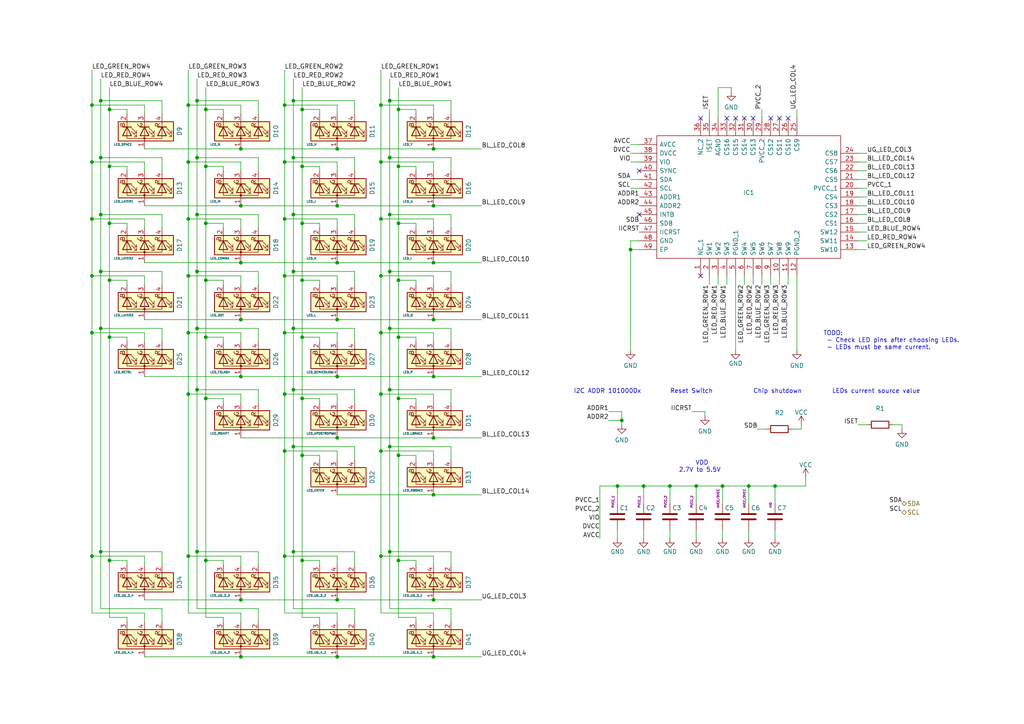
<source format=kicad_sch>
(kicad_sch (version 20211123) (generator eeschema)
  (paper "A4")
  (lib_symbols
    (symbol "Device:C" (pin_numbers hide) (pin_names (offset 0.254))
      (property "Reference" "C" (at 0.635 2.54 0))
      (property "Value" "C" (at 0.635 -2.54 0))
      (symbol "C_0_1"
        (polyline (pts (xy -2.032 -0.762) (xy 2.032 -0.762)) (stroke (width 0.508)))
        (polyline (pts (xy -2.032 0.762) (xy 2.032 0.762)) (stroke (width 0.508)))
      )
      (symbol "C_1_1"
        (pin passive line (at 0 3.81 270) (length 2.794) (name "~") (number "1"))
        (pin passive line (at 0 -3.81 90) (length 2.794) (name "~") (number "2"))
      )
    )
    (symbol "Device:LED_ABGR" (pin_names (offset 0) hide)
      (property "Reference" "D" (at 0 9.398 0))
      (property "Value" "LED_ABGR" (at 0 -8.89 0))
      (symbol "LED_ABGR_0_0"
        (text "B" (at -1.905 -6.35 0) (effects (font (size 1.27 1.27))))
        (text "G" (at -1.905 -1.27 0) (effects (font (size 1.27 1.27))))
        (text "R" (at -1.905 3.81 0) (effects (font (size 1.27 1.27))))
      )
      (symbol "LED_ABGR_0_1"
        (polyline (pts (xy -1.27 -5.08) (xy -2.54 -5.08)))
        (polyline (pts (xy -1.27 -5.08) (xy 1.27 -5.08)))
        (polyline (pts (xy -1.27 -3.81) (xy -1.27 -6.35)) (stroke (width 0.254)))
        (polyline (pts (xy -1.27 0) (xy -2.54 0)))
        (polyline (pts (xy -1.27 1.27) (xy -1.27 -1.27)) (stroke (width 0.254)))
        (polyline (pts (xy -1.27 5.08) (xy -2.54 5.08)))
        (polyline (pts (xy -1.27 5.08) (xy 1.27 5.08)))
        (polyline (pts (xy -1.27 6.35) (xy -1.27 3.81)) (stroke (width 0.254)))
        (polyline (pts (xy 1.27 0) (xy -1.27 0)))
        (polyline (pts (xy 1.27 0) (xy 2.54 0)))
        (polyline (pts (xy -1.27 1.27) (xy -1.27 -1.27) (xy -1.27 -1.27)))
        (polyline (pts (xy -1.27 6.35) (xy -1.27 3.81) (xy -1.27 3.81)))
        (polyline (pts (xy 1.27 -5.08) (xy 2.032 -5.08) (xy 2.032 5.08) (xy 1.27 5.08)))
        (polyline (pts (xy 1.27 -3.81) (xy 1.27 -6.35) (xy -1.27 -5.08) (xy 1.27 -3.81)) (stroke (width 0.254)))
        (polyline (pts (xy 1.27 1.27) (xy 1.27 -1.27) (xy -1.27 0) (xy 1.27 1.27)) (stroke (width 0.254)))
        (polyline (pts (xy 1.27 6.35) (xy 1.27 3.81) (xy -1.27 5.08) (xy 1.27 6.35)) (stroke (width 0.254)))
        (polyline (pts (xy -1.016 -3.81) (xy 0.508 -2.286) (xy -0.254 -2.286) (xy 0.508 -2.286) (xy 0.508 -3.048)))
        (polyline (pts (xy -1.016 1.27) (xy 0.508 2.794) (xy -0.254 2.794) (xy 0.508 2.794) (xy 0.508 2.032)))
        (polyline (pts (xy -1.016 6.35) (xy 0.508 7.874) (xy -0.254 7.874) (xy 0.508 7.874) (xy 0.508 7.112)))
        (polyline (pts (xy 0 -3.81) (xy 1.524 -2.286) (xy 0.762 -2.286) (xy 1.524 -2.286) (xy 1.524 -3.048)))
        (polyline (pts (xy 0 1.27) (xy 1.524 2.794) (xy 0.762 2.794) (xy 1.524 2.794) (xy 1.524 2.032)))
        (polyline (pts (xy 0 6.35) (xy 1.524 7.874) (xy 0.762 7.874) (xy 1.524 7.874) (xy 1.524 7.112)))
        (rectangle (start 1.27 -1.27) (end 1.27 1.27))
        (rectangle (start 1.27 1.27) (end 1.27 1.27))
        (rectangle (start 1.27 3.81) (end 1.27 6.35))
        (rectangle (start 1.27 6.35) (end 1.27 6.35))
        (circle (center 2.032 0) (radius 0.254) (fill (type outline)))
        (rectangle (start 2.794 8.382) (end -2.794 -7.62) (stroke (width 0.254)) (fill (type background)))
      )
      (symbol "LED_ABGR_1_1"
        (pin passive line (at 5.08 0 180) (length 2.54) (name "A") (number "1"))
        (pin passive line (at -5.08 -5.08 0) (length 2.54) (name "BK") (number "2"))
        (pin passive line (at -5.08 0 0) (length 2.54) (name "GK") (number "3"))
        (pin passive line (at -5.08 5.08 0) (length 2.54) (name "RK") (number "4"))
      )
    )
    (symbol "Device:LED_ARBG" (pin_names (offset 0) hide)
      (property "Reference" "D" (at 0 9.398 0))
      (property "Value" "LED_ARBG" (at 0 -8.89 0))
      (symbol "LED_ARBG_0_0"
        (text "B" (at -1.905 -6.35 0) (effects (font (size 1.27 1.27))))
        (text "G" (at -1.905 -1.27 0) (effects (font (size 1.27 1.27))))
        (text "R" (at -1.905 3.81 0) (effects (font (size 1.27 1.27))))
      )
      (symbol "LED_ARBG_0_1"
        (polyline (pts (xy -1.27 -5.08) (xy -2.54 -5.08)))
        (polyline (pts (xy -1.27 -5.08) (xy 1.27 -5.08)))
        (polyline (pts (xy -1.27 -3.81) (xy -1.27 -6.35)) (stroke (width 0.254)))
        (polyline (pts (xy -1.27 0) (xy -2.54 0)))
        (polyline (pts (xy -1.27 1.27) (xy -1.27 -1.27)) (stroke (width 0.254)))
        (polyline (pts (xy -1.27 5.08) (xy -2.54 5.08)))
        (polyline (pts (xy -1.27 5.08) (xy 1.27 5.08)))
        (polyline (pts (xy -1.27 6.35) (xy -1.27 3.81)) (stroke (width 0.254)))
        (polyline (pts (xy 1.27 0) (xy -1.27 0)))
        (polyline (pts (xy 1.27 0) (xy 2.54 0)))
        (polyline (pts (xy -1.27 1.27) (xy -1.27 -1.27) (xy -1.27 -1.27)))
        (polyline (pts (xy -1.27 6.35) (xy -1.27 3.81) (xy -1.27 3.81)))
        (polyline (pts (xy 1.27 -5.08) (xy 2.032 -5.08) (xy 2.032 5.08) (xy 1.27 5.08)))
        (polyline (pts (xy 1.27 -3.81) (xy 1.27 -6.35) (xy -1.27 -5.08) (xy 1.27 -3.81)) (stroke (width 0.254)))
        (polyline (pts (xy 1.27 1.27) (xy 1.27 -1.27) (xy -1.27 0) (xy 1.27 1.27)) (stroke (width 0.254)))
        (polyline (pts (xy 1.27 6.35) (xy 1.27 3.81) (xy -1.27 5.08) (xy 1.27 6.35)) (stroke (width 0.254)))
        (polyline (pts (xy -1.016 -3.81) (xy 0.508 -2.286) (xy -0.254 -2.286) (xy 0.508 -2.286) (xy 0.508 -3.048)))
        (polyline (pts (xy -1.016 1.27) (xy 0.508 2.794) (xy -0.254 2.794) (xy 0.508 2.794) (xy 0.508 2.032)))
        (polyline (pts (xy -1.016 6.35) (xy 0.508 7.874) (xy -0.254 7.874) (xy 0.508 7.874) (xy 0.508 7.112)))
        (polyline (pts (xy 0 -3.81) (xy 1.524 -2.286) (xy 0.762 -2.286) (xy 1.524 -2.286) (xy 1.524 -3.048)))
        (polyline (pts (xy 0 1.27) (xy 1.524 2.794) (xy 0.762 2.794) (xy 1.524 2.794) (xy 1.524 2.032)))
        (polyline (pts (xy 0 6.35) (xy 1.524 7.874) (xy 0.762 7.874) (xy 1.524 7.874) (xy 1.524 7.112)))
        (rectangle (start 1.27 -1.27) (end 1.27 1.27))
        (rectangle (start 1.27 1.27) (end 1.27 1.27))
        (rectangle (start 1.27 3.81) (end 1.27 6.35))
        (rectangle (start 1.27 6.35) (end 1.27 6.35))
        (circle (center 2.032 0) (radius 0.254) (fill (type outline)))
        (rectangle (start 2.794 8.382) (end -2.794 -7.62) (stroke (width 0.254)) (fill (type background)))
      )
      (symbol "LED_ARBG_1_1"
        (pin passive line (at 5.08 0 180) (length 2.54) (name "A") (number "1"))
        (pin passive line (at -5.08 5.08 0) (length 2.54) (name "RK") (number "2"))
        (pin passive line (at -5.08 -5.08 0) (length 2.54) (name "BK") (number "3"))
        (pin passive line (at -5.08 0 0) (length 2.54) (name "GK") (number "4"))
      )
    )
    (symbol "Device:R" (pin_numbers hide) (pin_names (offset 0))
      (property "Reference" "R" (at 2.032 0 90))
      (property "Value" "R" (at 0 0 90))
      (symbol "R_0_1"
        (rectangle (start -1.016 -2.54) (end 1.016 2.54) (stroke (width 0.254)))
      )
      (symbol "R_1_1"
        (pin passive line (at 0 3.81 270) (length 1.27) (name "~") (number "1"))
        (pin passive line (at 0 -3.81 90) (length 1.27) (name "~") (number "2"))
      )
    )
    (symbol "Nour_KB:IS31FL3733B-QFLS4-TR" (pin_names (offset 0.762))
      (property "Reference" "IC" (at 41.91 17.78 0))
      (property "Value" "IS31FL3733B-QFLS4-TR" (at 41.91 15.24 0))
      (symbol "IS31FL3733B-QFLS4-TR_0_0"
        (pin passive line (at 0 0 0) (length 5.08) (name "NC_1") (number "1"))
        (pin passive line (at 0 -22.86 0) (length 5.08) (name "SW8") (number "10"))
        (pin passive line (at 0 -25.4 0) (length 5.08) (name "SW9") (number "11"))
        (pin passive line (at 0 -27.94 0) (length 5.08) (name "PGND_2") (number "12"))
        (pin passive line (at 7.62 -45.72 90) (length 5.08) (name "SW10") (number "13"))
        (pin passive line (at 10.16 -45.72 90) (length 5.08) (name "SW11") (number "14"))
        (pin passive line (at 12.7 -45.72 90) (length 5.08) (name "SW12") (number "15"))
        (pin passive line (at 15.24 -45.72 90) (length 5.08) (name "CS1") (number "16"))
        (pin passive line (at 17.78 -45.72 90) (length 5.08) (name "CS2") (number "17"))
        (pin passive line (at 20.32 -45.72 90) (length 5.08) (name "CS3") (number "18"))
        (pin passive line (at 22.86 -45.72 90) (length 5.08) (name "CS4") (number "19"))
        (pin passive line (at 0 -2.54 0) (length 5.08) (name "SW1") (number "2"))
        (pin passive line (at 25.4 -45.72 90) (length 5.08) (name "PVCC_1") (number "20"))
        (pin passive line (at 27.94 -45.72 90) (length 5.08) (name "CS5") (number "21"))
        (pin passive line (at 30.48 -45.72 90) (length 5.08) (name "CS6") (number "22"))
        (pin passive line (at 33.02 -45.72 90) (length 5.08) (name "CS7") (number "23"))
        (pin passive line (at 35.56 -45.72 90) (length 5.08) (name "CS8") (number "24"))
        (pin passive line (at 45.72 -27.94 180) (length 5.08) (name "CS9") (number "25"))
        (pin passive line (at 45.72 -25.4 180) (length 5.08) (name "CS10") (number "26"))
        (pin passive line (at 45.72 -22.86 180) (length 5.08) (name "CS11") (number "27"))
        (pin passive line (at 45.72 -20.32 180) (length 5.08) (name "CS12") (number "28"))
        (pin passive line (at 45.72 -17.78 180) (length 5.08) (name "PVCC_2") (number "29"))
        (pin passive line (at 0 -5.08 0) (length 5.08) (name "SW2") (number "3"))
        (pin passive line (at 45.72 -15.24 180) (length 5.08) (name "CS13") (number "30"))
        (pin passive line (at 45.72 -12.7 180) (length 5.08) (name "CS14") (number "31"))
        (pin passive line (at 45.72 -10.16 180) (length 5.08) (name "CS15") (number "32"))
        (pin passive line (at 45.72 -7.62 180) (length 5.08) (name "CS16") (number "33"))
        (pin passive line (at 45.72 -5.08 180) (length 5.08) (name "AGND") (number "34"))
        (pin passive line (at 45.72 -2.54 180) (length 5.08) (name "ISET") (number "35"))
        (pin passive line (at 45.72 0 180) (length 5.08) (name "NC_2") (number "36"))
        (pin passive line (at 38.1 17.78 270) (length 5.08) (name "AVCC") (number "37"))
        (pin passive line (at 35.56 17.78 270) (length 5.08) (name "DVCC") (number "38"))
        (pin passive line (at 33.02 17.78 270) (length 5.08) (name "VIO") (number "39"))
        (pin passive line (at 0 -7.62 0) (length 5.08) (name "SW3") (number "4"))
        (pin passive line (at 30.48 17.78 270) (length 5.08) (name "SYNC") (number "40"))
        (pin passive line (at 27.94 17.78 270) (length 5.08) (name "SDA") (number "41"))
        (pin passive line (at 25.4 17.78 270) (length 5.08) (name "SCL") (number "42"))
        (pin passive line (at 22.86 17.78 270) (length 5.08) (name "ADDR1") (number "43"))
        (pin passive line (at 20.32 17.78 270) (length 5.08) (name "ADDR2") (number "44"))
        (pin passive line (at 17.78 17.78 270) (length 5.08) (name "INTB") (number "45"))
        (pin passive line (at 15.24 17.78 270) (length 5.08) (name "SDB") (number "46"))
        (pin passive line (at 12.7 17.78 270) (length 5.08) (name "IICRST") (number "47"))
        (pin passive line (at 10.16 17.78 270) (length 5.08) (name "GND") (number "48"))
        (pin passive line (at 7.62 17.78 270) (length 5.08) (name "EP") (number "49"))
        (pin passive line (at 0 -10.16 0) (length 5.08) (name "PGND_1") (number "5"))
        (pin passive line (at 0 -12.7 0) (length 5.08) (name "SW4") (number "6"))
        (pin passive line (at 0 -15.24 0) (length 5.08) (name "SW5") (number "7"))
        (pin passive line (at 0 -17.78 0) (length 5.08) (name "SW6") (number "8"))
        (pin passive line (at 0 -20.32 0) (length 5.08) (name "SW7") (number "9"))
      )
      (symbol "IS31FL3733B-QFLS4-TR_0_1"
        (polyline (pts (xy 5.08 12.7) (xy 40.64 12.7) (xy 40.64 -40.64) (xy 5.08 -40.64) (xy 5.08 12.7)) (stroke (width 0.1524)))
      )
    )
    (symbol "power:GND" (power) (pin_names (offset 0))
      (property "Value" "GND" (at 0 -3.81 0))
      (symbol "GND_0_1"
        (polyline (pts (xy 0 0) (xy 0 -1.27) (xy 1.27 -1.27) (xy 0 -2.54) (xy -1.27 -1.27) (xy 0 -1.27)))
      )
      (symbol "GND_1_1"
        (pin power_in line (at 0 0 270) (length 0) hide (name "GND") (number "1"))
      )
    )
    (symbol "power:VCC" (power) (pin_names (offset 0))
      (property "Value" "VCC" (at 0 3.81 0))
      (symbol "VCC_0_1"
        (polyline (pts (xy -0.762 1.27) (xy 0 2.54)))
        (polyline (pts (xy 0 0) (xy 0 2.54)))
        (polyline (pts (xy 0 2.54) (xy 0.762 1.27)))
      )
      (symbol "VCC_1_1"
        (pin power_in line (at 0 0 90) (length 0) hide (name "VCC") (number "1"))
      )
    )
  )
  (junction (at 115.57 31.75))
  (junction (at 29.21 78.74))
  (junction (at 125.73 173.99))
  (junction (at 110.49 63.5))
  (junction (at 113.03 78.74))
  (junction (at 54.61 80.01))
  (junction (at 31.75 64.77))
  (junction (at 54.61 30.48))
  (junction (at 194.31 140.97))
  (junction (at 125.73 143.51))
  (junction (at 115.57 64.77))
  (junction (at 209.55 140.97))
  (junction (at 59.69 162.56))
  (junction (at 87.63 115.57))
  (junction (at 69.85 76.2))
  (junction (at 31.75 48.26))
  (junction (at 26.67 96.52))
  (junction (at 82.55 114.3))
  (junction (at 26.67 46.99))
  (junction (at 59.69 31.75))
  (junction (at 31.75 81.28))
  (junction (at 125.73 59.69))
  (junction (at 115.57 132.08))
  (junction (at 97.79 190.5))
  (junction (at 87.63 31.75))
  (junction (at 82.55 46.99))
  (junction (at 26.67 80.01))
  (junction (at 57.15 113.03))
  (junction (at 59.69 64.77))
  (junction (at 57.15 62.23))
  (junction (at 69.85 43.18))
  (junction (at 125.73 43.18))
  (junction (at 110.49 30.48))
  (junction (at 125.73 127))
  (junction (at 97.79 43.18))
  (junction (at 57.15 78.74))
  (junction (at 31.75 97.79))
  (junction (at 69.85 109.22))
  (junction (at 54.61 96.52))
  (junction (at 57.15 29.21))
  (junction (at 54.61 63.5))
  (junction (at 85.09 113.03))
  (junction (at 87.63 132.08))
  (junction (at 125.73 190.5))
  (junction (at 97.79 92.71))
  (junction (at 97.79 127))
  (junction (at 85.09 78.74))
  (junction (at 59.69 97.79))
  (junction (at 26.67 30.48))
  (junction (at 115.57 97.79))
  (junction (at 82.55 30.48))
  (junction (at 31.75 31.75))
  (junction (at 82.55 63.5))
  (junction (at 115.57 48.26))
  (junction (at 180.34 121.92))
  (junction (at 54.61 161.29))
  (junction (at 82.55 96.52))
  (junction (at 182.88 72.39))
  (junction (at 217.17 140.97))
  (junction (at 29.21 160.02))
  (junction (at 113.03 95.25))
  (junction (at 26.67 161.29))
  (junction (at 29.21 95.25))
  (junction (at 29.21 62.23))
  (junction (at 82.55 161.29))
  (junction (at 87.63 162.56))
  (junction (at 69.85 190.5))
  (junction (at 82.55 80.01))
  (junction (at 85.09 62.23))
  (junction (at 110.49 161.29))
  (junction (at 115.57 162.56))
  (junction (at 97.79 173.99))
  (junction (at 125.73 92.71))
  (junction (at 113.03 113.03))
  (junction (at 85.09 160.02))
  (junction (at 31.75 162.56))
  (junction (at 115.57 115.57))
  (junction (at 97.79 109.22))
  (junction (at 113.03 62.23))
  (junction (at 224.79 140.97))
  (junction (at 82.55 130.81))
  (junction (at 125.73 109.22))
  (junction (at 85.09 45.72))
  (junction (at 59.69 48.26))
  (junction (at 87.63 97.79))
  (junction (at 110.49 46.99))
  (junction (at 57.15 45.72))
  (junction (at 29.21 29.21))
  (junction (at 57.15 95.25))
  (junction (at 113.03 45.72))
  (junction (at 85.09 29.21))
  (junction (at 110.49 96.52))
  (junction (at 69.85 59.69))
  (junction (at 69.85 173.99))
  (junction (at 85.09 129.54))
  (junction (at 97.79 76.2))
  (junction (at 115.57 81.28))
  (junction (at 113.03 29.21))
  (junction (at 69.85 92.71))
  (junction (at 110.49 114.3))
  (junction (at 59.69 81.28))
  (junction (at 87.63 81.28))
  (junction (at 54.61 114.3))
  (junction (at 186.69 140.97))
  (junction (at 113.03 129.54))
  (junction (at 87.63 48.26))
  (junction (at 57.15 160.02))
  (junction (at 201.93 140.97))
  (junction (at 110.49 130.81))
  (junction (at 110.49 80.01))
  (junction (at 97.79 59.69))
  (junction (at 179.07 140.97))
  (junction (at 85.09 95.25))
  (junction (at 54.61 46.99))
  (junction (at 87.63 64.77))
  (junction (at 29.21 45.72))
  (junction (at 59.69 115.57))
  (junction (at 125.73 76.2))
  (junction (at 113.03 160.02))
  (junction (at 26.67 63.5))
  (no_connect (at 213.36 34.29))
  (no_connect (at 215.9 34.29))
  (no_connect (at 210.82 34.29))
  (no_connect (at 218.44 34.29))
  (no_connect (at 223.52 34.29))
  (no_connect (at 226.06 34.29))
  (no_connect (at 228.6 34.29))
  (no_connect (at 185.42 62.23))
  (no_connect (at 203.2 80.01))
  (no_connect (at 203.2 34.29))
  (no_connect (at 185.42 49.53))
  (wire (pts (xy 113.03 78.74) (xy 113.03 95.25)))
  (wire (pts (xy 29.21 22.86) (xy 29.21 29.21)))
  (wire (pts (xy 115.57 115.57) (xy 115.57 132.08)))
  (wire (pts (xy 179.07 140.97) (xy 179.07 146.05)))
  (wire (pts (xy 248.92 57.15) (xy 251.46 57.15)))
  (wire (pts (xy 219.71 124.46) (xy 222.25 124.46)))
  (wire (pts (xy 215.9 82.55) (xy 215.9 80.01)))
  (wire (pts (xy 120.65 162.56) (xy 115.57 162.56)))
  (wire (pts (xy 110.49 20.32) (xy 110.49 30.48)))
  (wire (pts (xy 85.09 62.23) (xy 85.09 78.74)))
  (wire (pts (xy 217.17 140.97) (xy 217.17 146.05)))
  (wire (pts (xy 200.66 119.38) (xy 204.47 119.38)))
  (wire (pts (xy 41.91 30.48) (xy 26.67 30.48)))
  (wire (pts (xy 54.61 20.32) (xy 54.61 30.48)))
  (wire (pts (xy 97.79 116.84) (xy 97.79 114.3)))
  (wire (pts (xy 87.63 48.26) (xy 87.63 64.77)))
  (wire (pts (xy 113.03 62.23) (xy 113.03 78.74)))
  (wire (pts (xy 46.99 78.74) (xy 29.21 78.74)))
  (wire (pts (xy 130.81 62.23) (xy 113.03 62.23)))
  (wire (pts (xy 85.09 22.86) (xy 85.09 29.21)))
  (wire (pts (xy 125.73 33.02) (xy 125.73 30.48)))
  (wire (pts (xy 97.79 49.53) (xy 97.79 46.99)))
  (wire (pts (xy 182.88 72.39) (xy 185.42 72.39)))
  (wire (pts (xy 130.81 160.02) (xy 113.03 160.02)))
  (wire (pts (xy 46.99 160.02) (xy 29.21 160.02)))
  (wire (pts (xy 186.69 153.67) (xy 186.69 156.21)))
  (wire (pts (xy 180.34 119.38) (xy 180.34 121.92)))
  (wire (pts (xy 97.79 133.35) (xy 97.79 130.81)))
  (wire (pts (xy 248.92 52.07) (xy 251.46 52.07)))
  (wire (pts (xy 69.85 66.04) (xy 69.85 63.5)))
  (wire (pts (xy 41.91 49.53) (xy 41.91 46.99)))
  (wire (pts (xy 110.49 161.29) (xy 110.49 177.8)))
  (wire (pts (xy 120.65 97.79) (xy 115.57 97.79)))
  (wire (pts (xy 82.55 46.99) (xy 82.55 63.5)))
  (wire (pts (xy 248.92 49.53) (xy 251.46 49.53)))
  (wire (pts (xy 46.99 82.55) (xy 46.99 78.74)))
  (wire (pts (xy 46.99 62.23) (xy 29.21 62.23)))
  (wire (pts (xy 120.65 132.08) (xy 115.57 132.08)))
  (wire (pts (xy 57.15 160.02) (xy 57.15 176.53)))
  (wire (pts (xy 92.71 66.04) (xy 92.71 64.77)))
  (wire (pts (xy 92.71 33.02) (xy 92.71 31.75)))
  (wire (pts (xy 74.93 29.21) (xy 57.15 29.21)))
  (wire (pts (xy 41.91 161.29) (xy 26.67 161.29)))
  (wire (pts (xy 74.93 62.23) (xy 57.15 62.23)))
  (wire (pts (xy 201.93 153.67) (xy 201.93 156.21)))
  (wire (pts (xy 97.79 76.2) (xy 69.85 76.2)))
  (wire (pts (xy 139.7 173.99) (xy 125.73 173.99)))
  (wire (pts (xy 69.85 92.71) (xy 41.91 92.71)))
  (wire (pts (xy 92.71 162.56) (xy 87.63 162.56)))
  (wire (pts (xy 218.44 82.55) (xy 218.44 80.01)))
  (wire (pts (xy 120.65 116.84) (xy 120.65 115.57)))
  (wire (pts (xy 125.73 161.29) (xy 110.49 161.29)))
  (wire (pts (xy 224.79 140.97) (xy 233.68 140.97)))
  (wire (pts (xy 41.91 46.99) (xy 26.67 46.99)))
  (wire (pts (xy 41.91 33.02) (xy 41.91 30.48)))
  (wire (pts (xy 212.09 25.4) (xy 212.09 26.67)))
  (wire (pts (xy 248.92 69.85) (xy 251.46 69.85)))
  (wire (pts (xy 97.79 114.3) (xy 82.55 114.3)))
  (wire (pts (xy 59.69 115.57) (xy 59.69 162.56)))
  (wire (pts (xy 248.92 72.39) (xy 251.46 72.39)))
  (wire (pts (xy 41.91 66.04) (xy 41.91 63.5)))
  (wire (pts (xy 194.31 140.97) (xy 201.93 140.97)))
  (wire (pts (xy 69.85 59.69) (xy 41.91 59.69)))
  (wire (pts (xy 82.55 114.3) (xy 82.55 130.81)))
  (wire (pts (xy 120.65 163.83) (xy 120.65 162.56)))
  (wire (pts (xy 46.99 163.83) (xy 46.99 160.02)))
  (wire (pts (xy 54.61 96.52) (xy 69.85 96.52)))
  (wire (pts (xy 82.55 80.01) (xy 82.55 96.52)))
  (wire (pts (xy 176.53 121.92) (xy 180.34 121.92)))
  (wire (pts (xy 130.81 33.02) (xy 130.81 29.21)))
  (wire (pts (xy 74.93 82.55) (xy 74.93 78.74)))
  (wire (pts (xy 87.63 132.08) (xy 87.63 162.56)))
  (wire (pts (xy 41.91 63.5) (xy 26.67 63.5)))
  (wire (pts (xy 92.71 179.07) (xy 87.63 179.07)))
  (wire (pts (xy 102.87 163.83) (xy 102.87 160.02)))
  (wire (pts (xy 59.69 48.26) (xy 59.69 64.77)))
  (wire (pts (xy 115.57 97.79) (xy 115.57 115.57)))
  (wire (pts (xy 97.79 180.34) (xy 97.79 177.8)))
  (wire (pts (xy 248.92 64.77) (xy 251.46 64.77)))
  (wire (pts (xy 97.79 33.02) (xy 97.79 30.48)))
  (wire (pts (xy 130.81 99.06) (xy 130.81 95.25)))
  (wire (pts (xy 113.03 22.86) (xy 113.03 29.21)))
  (wire (pts (xy 69.85 43.18) (xy 41.91 43.18)))
  (wire (pts (xy 26.67 20.32) (xy 26.67 30.48)))
  (wire (pts (xy 224.79 140.97) (xy 224.79 146.05)))
  (wire (pts (xy 97.79 163.83) (xy 97.79 161.29)))
  (wire (pts (xy 69.85 190.5) (xy 41.91 190.5)))
  (wire (pts (xy 102.87 82.55) (xy 102.87 78.74)))
  (wire (pts (xy 248.92 44.45) (xy 251.46 44.45)))
  (wire (pts (xy 31.75 64.77) (xy 31.75 81.28)))
  (wire (pts (xy 87.63 162.56) (xy 87.63 179.07)))
  (wire (pts (xy 92.71 82.55) (xy 92.71 81.28)))
  (wire (pts (xy 204.47 119.38) (xy 204.47 120.65)))
  (wire (pts (xy 46.99 176.53) (xy 29.21 176.53)))
  (wire (pts (xy 64.77 162.56) (xy 59.69 162.56)))
  (wire (pts (xy 69.85 180.34) (xy 69.85 177.8)))
  (wire (pts (xy 120.65 33.02) (xy 120.65 31.75)))
  (wire (pts (xy 125.73 133.35) (xy 125.73 130.81)))
  (wire (pts (xy 69.85 177.8) (xy 54.61 177.8)))
  (wire (pts (xy 31.75 25.4) (xy 31.75 31.75)))
  (wire (pts (xy 59.69 97.79) (xy 59.69 115.57)))
  (wire (pts (xy 102.87 160.02) (xy 85.09 160.02)))
  (wire (pts (xy 92.71 49.53) (xy 92.71 48.26)))
  (wire (pts (xy 36.83 180.34) (xy 36.83 179.07)))
  (wire (pts (xy 92.71 48.26) (xy 87.63 48.26)))
  (wire (pts (xy 97.79 30.48) (xy 82.55 30.48)))
  (wire (pts (xy 97.79 130.81) (xy 82.55 130.81)))
  (wire (pts (xy 74.93 66.04) (xy 74.93 62.23)))
  (wire (pts (xy 97.79 96.52) (xy 82.55 96.52)))
  (wire (pts (xy 64.77 49.53) (xy 64.77 48.26)))
  (wire (pts (xy 64.77 81.28) (xy 59.69 81.28)))
  (wire (pts (xy 182.88 46.99) (xy 185.42 46.99)))
  (wire (pts (xy 120.65 66.04) (xy 120.65 64.77)))
  (wire (pts (xy 139.7 92.71) (xy 125.73 92.71)))
  (wire (pts (xy 248.92 123.19) (xy 251.46 123.19)))
  (wire (pts (xy 92.71 64.77) (xy 87.63 64.77)))
  (wire (pts (xy 113.03 160.02) (xy 113.03 176.53)))
  (wire (pts (xy 97.79 59.69) (xy 69.85 59.69)))
  (wire (pts (xy 74.93 180.34) (xy 74.93 176.53)))
  (wire (pts (xy 102.87 133.35) (xy 102.87 129.54)))
  (wire (pts (xy 139.7 143.51) (xy 125.73 143.51)))
  (wire (pts (xy 36.83 33.02) (xy 36.83 31.75)))
  (wire (pts (xy 85.09 45.72) (xy 85.09 62.23)))
  (wire (pts (xy 115.57 25.4) (xy 115.57 31.75)))
  (wire (pts (xy 180.34 121.92) (xy 180.34 123.19)))
  (wire (pts (xy 57.15 95.25) (xy 57.15 113.03)))
  (wire (pts (xy 102.87 62.23) (xy 85.09 62.23)))
  (wire (pts (xy 208.28 25.4) (xy 208.28 34.29)))
  (wire (pts (xy 186.69 140.97) (xy 194.31 140.97)))
  (wire (pts (xy 69.85 99.06) (xy 69.85 96.52)))
  (wire (pts (xy 226.06 82.55) (xy 226.06 80.01)))
  (wire (pts (xy 57.15 22.86) (xy 57.15 29.21)))
  (wire (pts (xy 102.87 95.25) (xy 85.09 95.25)))
  (wire (pts (xy 113.03 129.54) (xy 113.03 160.02)))
  (wire (pts (xy 130.81 180.34) (xy 130.81 176.53)))
  (wire (pts (xy 125.73 109.22) (xy 97.79 109.22)))
  (wire (pts (xy 224.79 153.67) (xy 224.79 156.21)))
  (wire (pts (xy 115.57 81.28) (xy 115.57 97.79)))
  (wire (pts (xy 102.87 176.53) (xy 85.09 176.53)))
  (wire (pts (xy 54.61 46.99) (xy 54.61 63.5)))
  (wire (pts (xy 125.73 163.83) (xy 125.73 161.29)))
  (wire (pts (xy 82.55 63.5) (xy 82.55 80.01)))
  (wire (pts (xy 36.83 97.79) (xy 31.75 97.79)))
  (wire (pts (xy 139.7 76.2) (xy 125.73 76.2)))
  (wire (pts (xy 29.21 78.74) (xy 29.21 95.25)))
  (wire (pts (xy 120.65 49.53) (xy 120.65 48.26)))
  (wire (pts (xy 130.81 116.84) (xy 130.81 113.03)))
  (wire (pts (xy 130.81 163.83) (xy 130.81 160.02)))
  (wire (pts (xy 120.65 64.77) (xy 115.57 64.77)))
  (wire (pts (xy 248.92 46.99) (xy 251.46 46.99)))
  (wire (pts (xy 113.03 29.21) (xy 113.03 45.72)))
  (wire (pts (xy 173.99 140.97) (xy 179.07 140.97)))
  (wire (pts (xy 64.77 82.55) (xy 64.77 81.28)))
  (wire (pts (xy 182.88 44.45) (xy 185.42 44.45)))
  (wire (pts (xy 120.65 99.06) (xy 120.65 97.79)))
  (wire (pts (xy 182.88 54.61) (xy 185.42 54.61)))
  (wire (pts (xy 110.49 96.52) (xy 110.49 114.3)))
  (wire (pts (xy 36.83 162.56) (xy 31.75 162.56)))
  (wire (pts (xy 26.67 80.01) (xy 26.67 96.52)))
  (wire (pts (xy 110.49 30.48) (xy 110.49 46.99)))
  (wire (pts (xy 201.93 140.97) (xy 201.93 146.05)))
  (wire (pts (xy 115.57 64.77) (xy 115.57 81.28)))
  (wire (pts (xy 36.83 64.77) (xy 31.75 64.77)))
  (wire (pts (xy 130.81 82.55) (xy 130.81 78.74)))
  (wire (pts (xy 31.75 97.79) (xy 31.75 162.56)))
  (wire (pts (xy 130.81 45.72) (xy 113.03 45.72)))
  (wire (pts (xy 130.81 66.04) (xy 130.81 62.23)))
  (wire (pts (xy 248.92 62.23) (xy 251.46 62.23)))
  (wire (pts (xy 125.73 130.81) (xy 110.49 130.81)))
  (wire (pts (xy 223.52 82.55) (xy 223.52 80.01)))
  (wire (pts (xy 139.7 190.5) (xy 125.73 190.5)))
  (wire (pts (xy 82.55 30.48) (xy 82.55 46.99)))
  (wire (pts (xy 54.61 161.29) (xy 54.61 177.8)))
  (wire (pts (xy 64.77 31.75) (xy 59.69 31.75)))
  (wire (pts (xy 46.99 66.04) (xy 46.99 62.23)))
  (wire (pts (xy 115.57 48.26) (xy 115.57 64.77)))
  (wire (pts (xy 113.03 95.25) (xy 113.03 113.03)))
  (wire (pts (xy 130.81 49.53) (xy 130.81 45.72)))
  (wire (pts (xy 110.49 114.3) (xy 110.49 130.81)))
  (wire (pts (xy 74.93 160.02) (xy 57.15 160.02)))
  (wire (pts (xy 125.73 82.55) (xy 125.73 80.01)))
  (wire (pts (xy 125.73 46.99) (xy 110.49 46.99)))
  (wire (pts (xy 110.49 130.81) (xy 110.49 161.29)))
  (wire (pts (xy 41.91 180.34) (xy 41.91 177.8)))
  (wire (pts (xy 57.15 78.74) (xy 57.15 95.25)))
  (wire (pts (xy 29.21 160.02) (xy 29.21 176.53)))
  (wire (pts (xy 205.74 34.29) (xy 205.74 31.75)))
  (wire (pts (xy 36.83 99.06) (xy 36.83 97.79)))
  (wire (pts (xy 74.93 99.06) (xy 74.93 95.25)))
  (wire (pts (xy 69.85 161.29) (xy 54.61 161.29)))
  (wire (pts (xy 31.75 31.75) (xy 31.75 48.26)))
  (wire (pts (xy 92.71 180.34) (xy 92.71 179.07)))
  (wire (pts (xy 87.63 25.4) (xy 87.63 31.75)))
  (wire (pts (xy 69.85 116.84) (xy 69.85 114.3)))
  (wire (pts (xy 182.88 41.91) (xy 185.42 41.91)))
  (wire (pts (xy 46.99 33.02) (xy 46.99 29.21)))
  (wire (pts (xy 213.36 80.01) (xy 213.36 101.6)))
  (wire (pts (xy 69.85 114.3) (xy 54.61 114.3)))
  (wire (pts (xy 208.28 25.4) (xy 212.09 25.4)))
  (wire (pts (xy 69.85 76.2) (xy 41.91 76.2)))
  (wire (pts (xy 46.99 180.34) (xy 46.99 176.53)))
  (wire (pts (xy 97.79 92.71) (xy 69.85 92.71)))
  (wire (pts (xy 46.99 29.21) (xy 29.21 29.21)))
  (wire (pts (xy 74.93 95.25) (xy 57.15 95.25)))
  (wire (pts (xy 102.87 49.53) (xy 102.87 45.72)))
  (wire (pts (xy 64.77 33.02) (xy 64.77 31.75)))
  (wire (pts (xy 125.73 43.18) (xy 97.79 43.18)))
  (wire (pts (xy 74.93 78.74) (xy 57.15 78.74)))
  (wire (pts (xy 125.73 76.2) (xy 97.79 76.2)))
  (wire (pts (xy 29.21 95.25) (xy 29.21 160.02)))
  (wire (pts (xy 231.14 80.01) (xy 231.14 101.6)))
  (wire (pts (xy 232.41 123.19) (xy 232.41 124.46)))
  (wire (pts (xy 92.71 97.79) (xy 87.63 97.79)))
  (wire (pts (xy 210.82 82.55) (xy 210.82 80.01)))
  (wire (pts (xy 125.73 114.3) (xy 110.49 114.3)))
  (wire (pts (xy 125.73 116.84) (xy 125.73 114.3)))
  (wire (pts (xy 36.83 82.55) (xy 36.83 81.28)))
  (wire (pts (xy 113.03 45.72) (xy 113.03 62.23)))
  (wire (pts (xy 248.92 54.61) (xy 251.46 54.61)))
  (wire (pts (xy 82.55 20.32) (xy 82.55 30.48)))
  (wire (pts (xy 87.63 31.75) (xy 87.63 48.26)))
  (wire (pts (xy 97.79 80.01) (xy 82.55 80.01)))
  (wire (pts (xy 232.41 124.46) (xy 229.87 124.46)))
  (wire (pts (xy 69.85 109.22) (xy 97.79 109.22)))
  (wire (pts (xy 220.98 82.55) (xy 220.98 80.01)))
  (wire (pts (xy 115.57 162.56) (xy 115.57 179.07)))
  (wire (pts (xy 102.87 99.06) (xy 102.87 95.25)))
  (wire (pts (xy 130.81 129.54) (xy 113.03 129.54)))
  (wire (pts (xy 194.31 140.97) (xy 194.31 146.05)))
  (wire (pts (xy 125.73 180.34) (xy 125.73 177.8)))
  (wire (pts (xy 102.87 29.21) (xy 85.09 29.21)))
  (wire (pts (xy 57.15 62.23) (xy 57.15 78.74)))
  (wire (pts (xy 125.73 99.06) (xy 125.73 96.52)))
  (wire (pts (xy 102.87 78.74) (xy 85.09 78.74)))
  (wire (pts (xy 64.77 99.06) (xy 64.77 97.79)))
  (wire (pts (xy 29.21 62.23) (xy 29.21 78.74)))
  (wire (pts (xy 130.81 133.35) (xy 130.81 129.54)))
  (wire (pts (xy 209.55 153.67) (xy 209.55 156.21)))
  (wire (pts (xy 82.55 161.29) (xy 82.55 177.8)))
  (wire (pts (xy 64.77 180.34) (xy 64.77 179.07)))
  (wire (pts (xy 102.87 129.54) (xy 85.09 129.54)))
  (wire (pts (xy 85.09 78.74) (xy 85.09 95.25)))
  (wire (pts (xy 69.85 49.53) (xy 69.85 46.99)))
  (wire (pts (xy 185.42 69.85) (xy 182.88 69.85)))
  (wire (pts (xy 97.79 127) (xy 69.85 127)))
  (wire (pts (xy 85.09 129.54) (xy 85.09 160.02)))
  (wire (pts (xy 97.79 99.06) (xy 97.79 96.52)))
  (wire (pts (xy 186.69 140.97) (xy 186.69 146.05)))
  (wire (pts (xy 69.85 43.18) (xy 97.79 43.18)))
  (wire (pts (xy 125.73 190.5) (xy 97.79 190.5)))
  (wire (pts (xy 182.88 69.85) (xy 182.88 72.39)))
  (wire (pts (xy 125.73 49.53) (xy 125.73 46.99)))
  (wire (pts (xy 97.79 161.29) (xy 82.55 161.29)))
  (wire (pts (xy 92.71 163.83) (xy 92.71 162.56)))
  (wire (pts (xy 36.83 81.28) (xy 31.75 81.28)))
  (wire (pts (xy 182.88 72.39) (xy 182.88 101.6)))
  (wire (pts (xy 201.93 140.97) (xy 209.55 140.97)))
  (wire (pts (xy 209.55 140.97) (xy 209.55 146.05)))
  (wire (pts (xy 92.71 31.75) (xy 87.63 31.75)))
  (wire (pts (xy 139.7 127) (xy 125.73 127)))
  (wire (pts (xy 115.57 31.75) (xy 115.57 48.26)))
  (wire (pts (xy 64.77 66.04) (xy 64.77 64.77)))
  (wire (pts (xy 125.73 66.04) (xy 125.73 63.5)))
  (wire (pts (xy 41.91 99.06) (xy 41.91 96.52)))
  (wire (pts (xy 85.09 29.21) (xy 85.09 45.72)))
  (wire (pts (xy 130.81 176.53) (xy 113.03 176.53)))
  (wire (pts (xy 87.63 81.28) (xy 87.63 97.79)))
  (wire (pts (xy 120.65 82.55) (xy 120.65 81.28)))
  (wire (pts (xy 64.77 163.83) (xy 64.77 162.56)))
  (wire (pts (xy 82.55 130.81) (xy 82.55 161.29)))
  (wire (pts (xy 120.65 48.26) (xy 115.57 48.26)))
  (wire (pts (xy 59.69 81.28) (xy 59.69 97.79)))
  (wire (pts (xy 29.21 29.21) (xy 29.21 45.72)))
  (wire (pts (xy 59.69 25.4) (xy 59.69 31.75)))
  (wire (pts (xy 208.28 82.55) (xy 208.28 80.01)))
  (wire (pts (xy 46.99 45.72) (xy 29.21 45.72)))
  (wire (pts (xy 87.63 64.77) (xy 87.63 81.28)))
  (wire (pts (xy 92.71 133.35) (xy 92.71 132.08)))
  (wire (pts (xy 57.15 113.03) (xy 57.15 160.02)))
  (wire (pts (xy 26.67 161.29) (xy 26.67 177.8)))
  (wire (pts (xy 125.73 30.48) (xy 110.49 30.48)))
  (wire (pts (xy 31.75 162.56) (xy 31.75 179.07)))
  (wire (pts (xy 26.67 80.01) (xy 41.91 80.01)))
  (wire (pts (xy 74.93 45.72) (xy 57.15 45.72)))
  (wire (pts (xy 217.17 153.67) (xy 217.17 156.21)))
  (wire (pts (xy 59.69 31.75) (xy 59.69 48.26)))
  (wire (pts (xy 46.99 95.25) (xy 29.21 95.25)))
  (wire (pts (xy 194.31 153.67) (xy 194.31 156.21)))
  (wire (pts (xy 46.99 49.53) (xy 46.99 45.72)))
  (wire (pts (xy 54.61 30.48) (xy 54.61 46.99)))
  (wire (pts (xy 115.57 132.08) (xy 115.57 162.56)))
  (wire (pts (xy 59.69 162.56) (xy 59.69 179.07)))
  (wire (pts (xy 74.93 176.53) (xy 57.15 176.53)))
  (wire (pts (xy 248.92 59.69) (xy 251.46 59.69)))
  (wire (pts (xy 179.07 140.97) (xy 186.69 140.97)))
  (wire (pts (xy 26.67 63.5) (xy 26.67 80.01)))
  (wire (pts (xy 125.73 96.52) (xy 110.49 96.52)))
  (wire (pts (xy 217.17 140.97) (xy 224.79 140.97)))
  (wire (pts (xy 102.87 45.72) (xy 85.09 45.72)))
  (wire (pts (xy 41.91 163.83) (xy 41.91 161.29)))
  (wire (pts (xy 85.09 113.03) (xy 85.09 129.54)))
  (wire (pts (xy 57.15 29.21) (xy 57.15 45.72)))
  (wire (pts (xy 92.71 132.08) (xy 87.63 132.08)))
  (wire (pts (xy 97.79 66.04) (xy 97.79 63.5)))
  (wire (pts (xy 228.6 82.55) (xy 228.6 80.01)))
  (wire (pts (xy 102.87 66.04) (xy 102.87 62.23)))
  (wire (pts (xy 102.87 116.84) (xy 102.87 113.03)))
  (wire (pts (xy 64.77 64.77) (xy 59.69 64.77)))
  (wire (pts (xy 110.49 46.99) (xy 110.49 63.5)))
  (wire (pts (xy 69.85 33.02) (xy 69.85 30.48)))
  (wire (pts (xy 259.08 123.19) (xy 261.62 123.19)))
  (wire (pts (xy 69.85 46.99) (xy 54.61 46.99)))
  (wire (pts (xy 26.67 96.52) (xy 26.67 161.29)))
  (wire (pts (xy 130.81 29.21) (xy 113.03 29.21)))
  (wire (pts (xy 176.53 119.38) (xy 180.34 119.38)))
  (wire (pts (xy 26.67 30.48) (xy 26.67 46.99)))
  (wire (pts (xy 102.87 113.03) (xy 85.09 113.03)))
  (wire (pts (xy 54.61 96.52) (xy 54.61 114.3)))
  (wire (pts (xy 125.73 59.69) (xy 97.79 59.69)))
  (wire (pts (xy 74.93 116.84) (xy 74.93 113.03)))
  (wire (pts (xy 110.49 80.01) (xy 110.49 96.52)))
  (wire (pts (xy 120.65 115.57) (xy 115.57 115.57)))
  (wire (pts (xy 64.77 179.07) (xy 59.69 179.07)))
  (wire (pts (xy 41.91 82.55) (xy 41.91 80.01)))
  (wire (pts (xy 125.73 63.5) (xy 110.49 63.5)))
  (wire (pts (xy 233.68 140.97) (xy 233.68 138.43)))
  (wire (pts (xy 120.65 133.35) (xy 120.65 132.08)))
  (wire (pts (xy 74.93 113.03) (xy 57.15 113.03)))
  (wire (pts (xy 26.67 46.99) (xy 26.67 63.5)))
  (wire (pts (xy 220.98 34.29) (xy 220.98 31.75)))
  (wire (pts (xy 130.81 113.03) (xy 113.03 113.03)))
  (wire (pts (xy 125.73 92.71) (xy 97.79 92.71)))
  (wire (pts (xy 36.83 179.07) (xy 31.75 179.07)))
  (wire (pts (xy 125.73 177.8) (xy 110.49 177.8)))
  (wire (pts (xy 179.07 153.67) (xy 179.07 156.21)))
  (wire (pts (xy 97.79 173.99) (xy 69.85 173.99)))
  (wire (pts (xy 97.79 46.99) (xy 82.55 46.99)))
  (wire (pts (xy 97.79 63.5) (xy 82.55 63.5)))
  (wire (pts (xy 31.75 48.26) (xy 31.75 64.77)))
  (wire (pts (xy 113.03 113.03) (xy 113.03 129.54)))
  (wire (pts (xy 102.87 33.02) (xy 102.87 29.21)))
  (wire (pts (xy 120.65 180.34) (xy 120.65 179.07)))
  (wire (pts (xy 54.61 63.5) (xy 54.61 80.01)))
  (wire (pts (xy 102.87 180.34) (xy 102.87 176.53)))
  (wire (pts (xy 248.92 67.31) (xy 251.46 67.31)))
  (wire (pts (xy 36.83 66.04) (xy 36.83 64.77)))
  (wire (pts (xy 92.71 115.57) (xy 87.63 115.57)))
  (wire (pts (xy 85.09 95.25) (xy 85.09 113.03)))
  (wire (pts (xy 182.88 52.07) (xy 185.42 52.07)))
  (wire (pts (xy 69.85 82.55) (xy 69.85 80.01)))
  (wire (pts (xy 125.73 173.99) (xy 97.79 173.99)))
  (wire (pts (xy 139.7 59.69) (xy 125.73 59.69)))
  (wire (pts (xy 97.79 82.55) (xy 97.79 80.01)))
  (wire (pts (xy 261.62 123.19) (xy 261.62 124.46)))
  (wire (pts (xy 74.93 49.53) (xy 74.93 45.72)))
  (wire (pts (xy 26.67 96.52) (xy 41.91 96.52)))
  (wire (pts (xy 92.71 81.28) (xy 87.63 81.28)))
  (wire (pts (xy 120.65 31.75) (xy 115.57 31.75)))
  (wire (pts (xy 125.73 127) (xy 97.79 127)))
  (wire (pts (xy 41.91 109.22) (xy 69.85 109.22)))
  (wire (pts (xy 69.85 30.48) (xy 54.61 30.48)))
  (wire (pts (xy 125.73 80.01) (xy 110.49 80.01)))
  (wire (pts (xy 64.77 97.79) (xy 59.69 97.79)))
  (wire (pts (xy 69.85 63.5) (xy 54.61 63.5)))
  (wire (pts (xy 54.61 80.01) (xy 54.61 96.52)))
  (wire (pts (xy 120.65 179.07) (xy 115.57 179.07)))
  (wire (pts (xy 130.81 78.74) (xy 113.03 78.74)))
  (wire (pts (xy 46.99 99.06) (xy 46.99 95.25)))
  (wire (pts (xy 82.55 96.52) (xy 82.55 114.3)))
  (wire (pts (xy 173.99 140.97) (xy 173.99 156.21)))
  (wire (pts (xy 41.91 177.8) (xy 26.67 177.8)))
  (wire (pts (xy 64.77 115.57) (xy 59.69 115.57)))
  (wire (pts (xy 97.79 177.8) (xy 82.55 177.8)))
  (wire (pts (xy 69.85 163.83) (xy 69.85 161.29)))
  (wire (pts (xy 87.63 115.57) (xy 87.63 132.08)))
  (wire (pts (xy 74.93 163.83) (xy 74.93 160.02)))
  (wire (pts (xy 31.75 81.28) (xy 31.75 97.79)))
  (wire (pts (xy 36.83 49.53) (xy 36.83 48.26)))
  (wire (pts (xy 97.79 190.5) (xy 69.85 190.5)))
  (wire (pts (xy 57.15 45.72) (xy 57.15 62.23)))
  (wire (pts (xy 87.63 97.79) (xy 87.63 115.57)))
  (wire (pts (xy 92.71 116.84) (xy 92.71 115.57)))
  (wire (pts (xy 139.7 109.22) (xy 125.73 109.22)))
  (wire (pts (xy 36.83 48.26) (xy 31.75 48.26)))
  (wire (pts (xy 54.61 114.3) (xy 54.61 161.29)))
  (wire (pts (xy 125.73 143.51) (xy 97.79 143.51)))
  (wire (pts (xy 36.83 31.75) (xy 31.75 31.75)))
  (wire (pts (xy 205.74 82.55) (xy 205.74 80.01)))
  (wire (pts (xy 120.65 81.28) (xy 115.57 81.28)))
  (wire (pts (xy 36.83 163.83) (xy 36.83 162.56)))
  (wire (pts (xy 64.77 116.84) (xy 64.77 115.57)))
  (wire (pts (xy 139.7 43.18) (xy 125.73 43.18)))
  (wire (pts (xy 85.09 160.02) (xy 85.09 176.53)))
  (wire (pts (xy 69.85 173.99) (xy 41.91 173.99)))
  (wire (pts (xy 74.93 33.02) (xy 74.93 29.21)))
  (wire (pts (xy 130.81 95.25) (xy 113.03 95.25)))
  (wire (pts (xy 29.21 45.72) (xy 29.21 62.23)))
  (wire (pts (xy 209.55 140.97) (xy 217.17 140.97)))
  (wire (pts (xy 231.14 34.29) (xy 231.14 31.75)))
  (wire (pts (xy 59.69 64.77) (xy 59.69 81.28)))
  (wire (pts (xy 110.49 63.5) (xy 110.49 80.01)))
  (wire (pts (xy 92.71 99.06) (xy 92.71 97.79)))
  (wire (pts (xy 69.85 80.01) (xy 54.61 80.01)))
  (wire (pts (xy 64.77 48.26) (xy 59.69 48.26)))
  (text "Chip shutdown" (at 218.44 114.3 0) (effects (font (size 1.27 1.27)) (justify left bottom)))
  (text "     VDD\n2.7V to 5.5V" (at 196.85 137.16 0) (effects (font (size 1.27 1.27)) (justify left bottom)))
  (text "I2C ADDR 1010000x" (at 166.37 114.3 0) (effects (font (size 1.27 1.27)) (justify left bottom)))
  (text "LEDs current source value" (at 241.3 114.3 0) (effects (font (size 1.27 1.27)) (justify left bottom)))
  (text "Reset Switch" (at 194.31 114.3 0) (effects (font (size 1.27 1.27)) (justify left bottom)))
  (text "TODO: \n - Check LED pins after choosing LEDs. \n - LEDs must be same current." (at 238.76 101.6 0) (effects (font (size 1.27 1.27)) (justify left bottom)))
  (label "UG_LED_COL4" (at 139.7 190.5 0))
  (label "BL_LED_COL9" (at 251.46 62.23 0))
  (label "LED_RED_ROW3" (at 57.15 22.86 0))
  (label "LED_BLUE_ROW2" (at 220.98 82.55 270))
  (label "UG_LED_COL3" (at 251.46 44.45 0))
  (label "VIO" (at 182.88 46.99 180))
  (label "BL_LED_COL13" (at 139.7 127 0))
  (label "BL_LED_COL13" (at 251.46 49.53 0))
  (label "SCL" (at 261.62 148.59 180))
  (label "BL_LED_COL8" (at 139.7 43.18 0))
  (label "PVCC_2" (at 220.98 31.75 90))
  (label "ADDR2" (at 176.53 121.92 180))
  (label "BL_LED_COL14" (at 251.46 46.99 0))
  (label "LED_RED_ROW4" (at 251.46 69.85 0))
  (label "LED_GREEN_ROW3" (at 54.61 20.32 0))
  (label "BL_LED_COL12" (at 251.46 52.07 0))
  (label "SCL" (at 182.88 54.61 180))
  (label "LED_GREEN_ROW4" (at 251.46 72.39 0))
  (label "BL_LED_COL10" (at 139.7 76.2 0))
  (label "LED_GREEN_ROW1" (at 205.74 82.55 270))
  (label "LED_GREEN_ROW3" (at 223.52 82.55 270))
  (label "LED_RED_ROW4" (at 29.21 22.86 0))
  (label "LED_GREEN_ROW2" (at 215.9 82.55 270))
  (label "PVCC_1" (at 173.99 146.05 180))
  (label "AVCC" (at 173.99 156.21 180))
  (label "ISET" (at 205.74 31.75 90))
  (label "LED_BLUE_ROW4" (at 31.75 25.4 0))
  (label "LED_BLUE_ROW4" (at 251.46 67.31 0))
  (label "LED_GREEN_ROW2" (at 82.55 20.32 0))
  (label "ISET" (at 248.92 123.19 180))
  (label "LED_BLUE_ROW3" (at 228.6 82.55 270))
  (label "UG_LED_COL3" (at 139.7 173.99 0))
  (label "LED_BLUE_ROW2" (at 87.63 25.4 0))
  (label "LED_RED_ROW2" (at 85.09 22.86 0))
  (label "ADDR1" (at 176.53 119.38 180))
  (label "LED_RED_ROW2" (at 218.44 82.55 270))
  (label "PVCC_1" (at 251.46 54.61 0))
  (label "VIO" (at 173.99 151.13 180))
  (label "LED_BLUE_ROW1" (at 115.57 25.4 0))
  (label "SDA" (at 261.62 146.05 180))
  (label "UG_LED_COL4" (at 231.14 31.75 90))
  (label "DVCC" (at 182.88 44.45 180))
  (label "SDA" (at 182.88 52.07 180))
  (label "BL_LED_COL11" (at 139.7 92.71 0))
  (label "BL_LED_COL11" (at 251.46 57.15 0))
  (label "BL_LED_COL10" (at 251.46 59.69 0))
  (label "ADDR2" (at 185.42 59.69 180))
  (label "SDB" (at 219.71 124.46 180))
  (label "IICRST" (at 185.42 67.31 180))
  (label "PVCC_2" (at 173.99 148.59 180))
  (label "LED_GREEN_ROW1" (at 110.49 20.32 0))
  (label "LED_BLUE_ROW1" (at 210.82 82.55 270))
  (label "AVCC" (at 182.88 41.91 180))
  (label "DVCC" (at 173.99 153.67 180))
  (label "BL_LED_COL12" (at 139.7 109.22 0))
  (label "LED_RED_ROW1" (at 208.28 82.55 270))
  (label "ADDR1" (at 185.42 57.15 180))
  (label "LED_GREEN_ROW4" (at 26.67 20.32 0))
  (label "IICRST" (at 200.66 119.38 180))
  (label "BL_LED_COL8" (at 251.46 64.77 0))
  (label "SDB" (at 185.42 64.77 180))
  (label "LED_RED_ROW1" (at 113.03 22.86 0))
  (label "LED_RED_ROW3" (at 226.06 82.55 270))
  (label "BL_LED_COL9" (at 139.7 59.69 0))
  (label "BL_LED_COL14" (at 139.7 143.51 0))
  (label "LED_BLUE_ROW3" (at 59.69 25.4 0))
  (hierarchical_label "SCL" (shape bidirectional) (at 261.62 148.59 0))
  (hierarchical_label "SDA" (shape bidirectional) (at 261.62 146.05 0))
  (symbol (lib_id "power:GND") (at 261.62 124.46 0) (unit 1)
    (property "Reference" "#PWR015" (effects hide))
  )
  (symbol (lib_id "Device:LED_ABGR") (at 97.79 104.14 270) (unit 1)
    (property "Reference" "D27" (at 107.95 104.14 0))
    (property "Value" "LED_SEMICOLON" (at 88.9 107.95 90) (effects (font (size 0.63 0.63)) (justify left)))
  )
  (symbol (lib_id "power:VCC") (at 233.68 138.43 0) (unit 1)
    (property "Reference" "#PWR016" (effects hide))
  )
  (symbol (lib_id "Device:LED_ABGR") (at 125.73 38.1 270) (unit 1)
    (property "Reference" "D12" (at 135.89 38.1 0))
    (property "Value" "LED_Y" (at 116.84 41.91 90) (effects (font (size 0.63 0.63)) (justify left)))
  )
  (symbol (lib_id "Device:LED_ABGR") (at 69.85 121.92 270) (unit 1)
    (property "Reference" "D29" (at 80.01 121.92 0))
    (property "Value" "LED_RSHIFT" (at 60.96 125.73 90) (effects (font (size 0.63 0.63)) (justify left)))
  )
  (symbol (lib_id "Device:LED_ARBG") (at 69.85 168.91 270) (unit 1)
    (property "Reference" "D35" (at 80.01 168.91 0))
    (property "Value" "LED_UG_3_3" (at 60.96 172.72 90) (effects (font (size 0.63 0.63)) (justify left)))
  )
  (symbol (lib_id "Device:LED_ABGR") (at 41.91 38.1 270) (unit 1)
    (property "Reference" "D9" (at 52.07 38.1 0))
    (property "Value" "LED_SPACE" (at 33.02 41.91 90) (effects (font (size 0.63 0.63)) (justify left)))
  )
  (symbol (lib_id "power:GND") (at 217.17 156.21 0) (unit 1)
    (property "Reference" "#PWR022" (effects hide))
  )
  (symbol (lib_id "power:GND") (at 213.36 101.6 0) (unit 1)
    (property "Reference" "#PWR010" (effects hide))
  )
  (symbol (lib_id "Device:C") (at 194.31 149.86 0) (unit 1)
    (property "Reference" "C3" (at 194.945 147.32 0) (effects (justify left)))
    (property "Notes" "PVCC_2" (at 193.04 147.32 90) (effects (font (size 0.63 0.63)) (justify left)))
  )
  (symbol (lib_id "Device:LED_ABGR") (at 125.73 121.92 270) (unit 1)
    (property "Reference" "D31" (at 135.89 121.92 0))
    (property "Value" "LED_LBRACE" (at 116.84 125.73 90) (effects (font (size 0.63 0.63)) (justify left)))
  )
  (symbol (lib_id "Device:LED_ABGR") (at 41.91 104.14 270) (unit 1)
    (property "Reference" "D25" (at 52.07 104.14 0))
    (property "Value" "LED_RCTRL" (at 33.02 107.95 90) (effects (font (size 0.63 0.63)) (justify left)))
  )
  (symbol (lib_id "power:VCC") (at 232.41 123.19 0) (unit 1)
    (property "Reference" "#PWR014" (effects hide))
  )
  (symbol (lib_id "Device:LED_ABGR") (at 125.73 54.61 270) (unit 1)
    (property "Reference" "D16" (at 135.89 54.61 0))
    (property "Value" "LED_U" (at 116.84 58.42 90) (effects (font (size 0.63 0.63)) (justify left)))
  )
  (symbol (lib_id "Device:LED_ABGR") (at 41.91 71.12 270) (unit 1)
    (property "Reference" "D17" (at 52.07 71.12 0))
    (property "Value" "LED_LAYER2" (at 33.02 74.93 90) (effects (font (size 0.63 0.63)) (justify left)))
  )
  (symbol (lib_id "power:GND") (at 231.14 101.6 0) (unit 1)
    (property "Reference" "#PWR011" (effects hide))
  )
  (symbol (lib_id "power:GND") (at 209.55 156.21 0) (unit 1)
    (property "Reference" "#PWR021" (effects hide))
  )
  (symbol (lib_id "Device:LED_ARBG") (at 97.79 168.91 270) (unit 1)
    (property "Reference" "D36" (at 107.95 168.91 0))
    (property "Value" "LED_UG_3_2" (at 88.9 172.72 90) (effects (font (size 0.63 0.63)) (justify left)))
  )
  (symbol (lib_id "Device:C") (at 209.55 149.86 0) (unit 1)
    (property "Reference" "C5" (at 210.185 147.32 0) (effects (justify left)))
    (property "Notes" "AVCC/DVCC" (at 208.28 147.32 90) (effects (font (size 0.63 0.63)) (justify left)))
  )
  (symbol (lib_id "power:GND") (at 204.47 120.65 0) (unit 1)
    (property "Reference" "#PWR012" (effects hide))
  )
  (symbol (lib_id "Device:R") (at 226.06 124.46 90) (unit 1)
    (property "Reference" "R2" (at 226.06 119.7442 90))
  )
  (symbol (lib_id "Device:LED_ABGR") (at 97.79 138.43 270) (unit 1)
    (property "Reference" "D32" (at 107.95 138.43 0))
    (property "Value" "LED_ENTER" (at 88.9 142.24 90) (effects (font (size 0.63 0.63)) (justify left)))
  )
  (symbol (lib_id "Device:LED_ABGR") (at 125.73 104.14 270) (unit 1)
    (property "Reference" "D28" (at 135.89 104.14 0))
    (property "Value" "LED_P" (at 116.84 107.95 90) (effects (font (size 0.63 0.63)) (justify left)))
  )
  (symbol (lib_id "Device:LED_ABGR") (at 69.85 71.12 270) (unit 1)
    (property "Reference" "D18" (at 80.01 71.12 0))
    (property "Value" "LED_COMMA" (at 60.96 74.93 90) (effects (font (size 0.63 0.63)) (justify left)))
  )
  (symbol (lib_id "power:GND") (at 180.34 123.19 0) (unit 1)
    (property "Reference" "#PWR013" (effects hide))
  )
  (symbol (lib_id "power:GND") (at 182.88 101.6 0) (unit 1)
    (property "Reference" "#PWR09" (effects hide))
  )
  (symbol (lib_id "power:GND") (at 186.69 156.21 0) (unit 1)
    (property "Reference" "#PWR018" (effects hide))
  )
  (symbol (lib_id "Device:LED_ARBG") (at 41.91 168.91 270) (unit 1)
    (property "Reference" "D34" (at 52.07 168.91 0))
    (property "Value" "LED_UG_3_4" (at 33.02 172.72 90) (effects (font (size 0.63 0.63)) (justify left)))
  )
  (symbol (lib_id "Device:LED_ABGR") (at 125.73 138.43 270) (unit 1)
    (property "Reference" "D33" (at 135.89 138.43 0))
    (property "Value" "LED_RBRACE" (at 116.84 142.24 90) (effects (font (size 0.63 0.63)) (justify left)))
  )
  (symbol (lib_id "Device:R") (at 255.27 123.19 90) (unit 1)
    (property "Reference" "R1" (at 255.27 118.4742 90))
  )
  (symbol (lib_id "Device:C") (at 201.93 149.86 0) (unit 1)
    (property "Reference" "C4" (at 202.565 147.32 0) (effects (justify left)))
    (property "Notes" "PVCC_2" (at 200.66 147.32 90) (effects (font (size 0.63 0.63)) (justify left)))
  )
  (symbol (lib_id "Device:C") (at 179.07 149.86 0) (unit 1)
    (property "Reference" "C1" (at 179.705 147.32 0) (effects (justify left)))
    (property "Notes" "PVCC_1" (at 177.8 147.32 90) (effects (font (size 0.63 0.63)) (justify left)))
  )
  (symbol (lib_id "power:GND") (at 212.09 26.67 0) (unit 1)
    (property "Reference" "#PWR08" (effects hide))
  )
  (symbol (lib_id "Device:LED_ABGR") (at 125.73 87.63 270) (unit 1)
    (property "Reference" "D24" (at 135.89 87.63 0))
    (property "Value" "LED_O" (at 116.84 91.44 90) (effects (font (size 0.63 0.63)) (justify left)))
  )
  (symbol (lib_id "Device:LED_ABGR") (at 97.79 121.92 270) (unit 1)
    (property "Reference" "D30" (at 107.95 121.92 0))
    (property "Value" "LED_APOSTROPHE" (at 88.9 125.73 90) (effects (font (size 0.63 0.63)) (justify left)))
  )
  (symbol (lib_id "Device:LED_ABGR") (at 125.73 71.12 270) (unit 1)
    (property "Reference" "D20" (at 135.89 71.12 0))
    (property "Value" "LED_I" (at 116.84 74.93 90) (effects (font (size 0.63 0.63)) (justify left)))
  )
  (symbol (lib_id "Device:LED_ARBG") (at 125.73 185.42 270) (unit 1)
    (property "Reference" "D41" (at 135.89 185.42 0))
    (property "Value" "LED_UG_4_1" (at 116.84 189.23 90) (effects (font (size 0.63 0.63)) (justify left)))
  )
  (symbol (lib_id "Device:LED_ARBG") (at 41.91 185.42 270) (unit 1)
    (property "Reference" "D38" (at 52.07 185.42 0))
    (property "Value" "LED_UG_4_4" (at 33.02 189.23 90) (effects (font (size 0.63 0.63)) (justify left)))
  )
  (symbol (lib_id "power:GND") (at 224.79 156.21 0) (unit 1)
    (property "Reference" "#PWR023" (effects hide))
  )
  (symbol (lib_id "Device:LED_ABGR") (at 69.85 104.14 270) (unit 1)
    (property "Reference" "D26" (at 80.01 104.14 0))
    (property "Value" "LED_FSLASH" (at 60.96 107.95 90) (effects (font (size 0.63 0.63)) (justify left)))
  )
  (symbol (lib_id "Device:C") (at 224.79 149.86 0) (unit 1)
    (property "Reference" "C7" (at 225.425 147.32 0) (effects (justify left)))
    (property "Notes" "VIO" (at 223.52 147.32 90) (effects (font (size 0.63 0.63)) (justify left)))
  )
  (symbol (lib_id "Device:LED_ARBG") (at 97.79 185.42 270) (unit 1)
    (property "Reference" "D40" (at 107.95 185.42 0))
    (property "Value" "LED_UG_4_2" (at 88.9 189.23 90) (effects (font (size 0.63 0.63)) (justify left)))
  )
  (symbol (lib_id "Device:LED_ABGR") (at 41.91 54.61 270) (unit 1)
    (property "Reference" "D13" (at 52.07 54.61 0))
    (property "Value" "LED_LAYER1" (at 33.02 58.42 90) (effects (font (size 0.63 0.63)) (justify left)))
  )
  (symbol (lib_id "Device:LED_ABGR") (at 97.79 87.63 270) (unit 1)
    (property "Reference" "D23" (at 107.95 87.63 0))
    (property "Value" "LED_L" (at 88.9 91.44 90) (effects (font (size 0.63 0.63)) (justify left)))
  )
  (symbol (lib_id "Device:LED_ABGR") (at 69.85 87.63 270) (unit 1)
    (property "Reference" "D22" (at 80.01 87.63 0))
    (property "Value" "LED_DOT" (at 60.96 91.44 90) (effects (font (size 0.63 0.63)) (justify left)))
  )
  (symbol (lib_id "Device:LED_ABGR") (at 69.85 54.61 270) (unit 1)
    (property "Reference" "D14" (at 80.01 54.61 0))
    (property "Value" "LED_M" (at 60.96 58.42 90) (effects (font (size 0.63 0.63)) (justify left)))
  )
  (symbol (lib_id "Device:LED_ARBG") (at 69.85 185.42 270) (unit 1)
    (property "Reference" "D39" (at 80.01 185.42 0))
    (property "Value" "LED_UG_4_3" (at 60.96 189.23 90) (effects (font (size 0.63 0.63)) (justify left)))
  )
  (symbol (lib_id "power:GND") (at 194.31 156.21 0) (unit 1)
    (property "Reference" "#PWR019" (effects hide))
  )
  (symbol (lib_id "Device:LED_ABGR") (at 97.79 54.61 270) (unit 1)
    (property "Reference" "D15" (at 107.95 54.61 0))
    (property "Value" "LED_J" (at 88.9 58.42 90) (effects (font (size 0.63 0.63)) (justify left)))
  )
  (symbol (lib_id "Device:LED_ABGR") (at 69.85 38.1 270) (unit 1)
    (property "Reference" "D10" (at 80.01 38.1 0))
    (property "Value" "LED_N" (at 60.96 41.91 90) (effects (font (size 0.63 0.63)) (justify left)))
  )
  (symbol (lib_id "power:GND") (at 201.93 156.21 0) (unit 1)
    (property "Reference" "#PWR020" (effects hide))
  )
  (symbol (lib_id "Nour_KB:IS31FL3733B-QFLS4-TR") (at 203.2 80.01 90) (unit 1)
    (property "Reference" "IC1" (at 217.17 55.88 90))
    (property "Datasheet" "https://lumissil.com/assets/pdf/core/IS31FL3733B_DS.pdf" (effects hide))
    (property "Description" "Integrated Silicon Solution Inc 12 16 Dot Matrix LED Drive with individual auto breath function, QFN-48 (6mm 6mm), T&R" (effects hide))
    (property "Height" "0.8" (effects hide))
    (property "Manufacturer_Name" "Lumissil" (effects hide))
    (property "Manufacturer_Part_Number" "IS31FL3733B-QFLS4-TR" (effects hide))
    (property "Mouser Part Number" "870-IS31FL3733BQFLS4" (effects hide))
    (property "Mouser Price/Stock" "https://www.mouser.co.uk/ProductDetail/Lumissil/IS31FL3733B-QFLS4-TR?qs=vHuUswq2%252Bswp75bDg7zw%2Fw%3D%3D" (effects hide))
  )
  (symbol (lib_id "Device:LED_ARBG") (at 125.73 168.91 270) (unit 1)
    (property "Reference" "D37" (at 135.89 168.91 0))
    (property "Value" "LED_UG_3_1" (at 116.84 172.72 90) (effects (font (size 0.63 0.63)) (justify left)))
  )
  (symbol (lib_id "Device:LED_ABGR") (at 97.79 38.1 270) (unit 1)
    (property "Reference" "D11" (at 107.95 38.1 0))
    (property "Value" "LED_H" (at 88.9 41.91 90) (effects (font (size 0.63 0.63)) (justify left)))
  )
  (symbol (lib_id "Device:C") (at 186.69 149.86 0) (unit 1)
    (property "Reference" "C2" (at 187.325 147.32 0) (effects (justify left)))
    (property "Notes" "PVCC_1" (at 185.42 147.32 90) (effects (font (size 0.63 0.63)) (justify left)))
  )
  (symbol (lib_id "Device:C") (at 217.17 149.86 0) (unit 1)
    (property "Reference" "C6" (at 217.805 147.32 0) (effects (justify left)))
    (property "Notes" "AVCC/DVCC" (at 215.9 147.32 90) (effects (font (size 0.63 0.63)) (justify left)))
  )
  (symbol (lib_id "Device:LED_ABGR") (at 97.79 71.12 270) (unit 1)
    (property "Reference" "D19" (at 107.95 71.12 0))
    (property "Value" "LED_K" (at 88.9 74.93 90) (effects (font (size 0.63 0.63)) (justify left)))
  )
  (symbol (lib_id "power:GND") (at 179.07 156.21 0) (unit 1)
    (property "Reference" "#PWR017" (effects hide))
  )
  (symbol (lib_id "Device:LED_ABGR") (at 41.91 87.63 270) (unit 1)
    (property "Reference" "D21" (at 52.07 87.63 0))
    (property "Value" "LED_LAYER3" (at 33.02 91.44 90) (effects (font (size 0.63 0.63)) (justify left)))
  )
)
</source>
